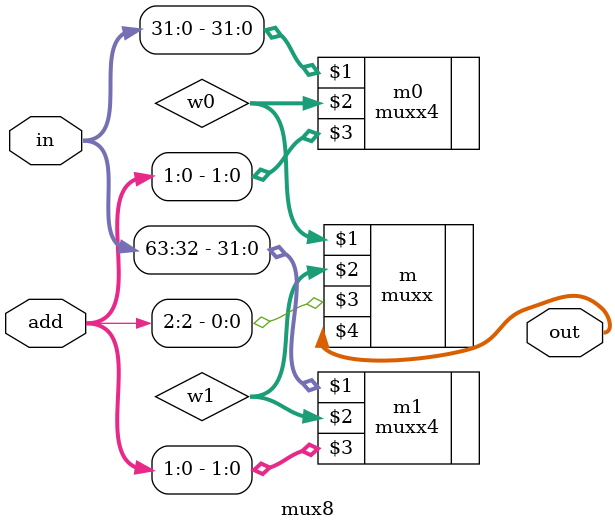
<source format=v>
`timescale 1ns / 1ps


module mux8(
    input [63:0] in,//edit
    output [7:0] out,
    input [2:0] add
    );
    wire [7:0] w0;
    wire [7:0] w1;
    muxx4 m0(in[31:0],w0,add[1:0]);//edit range, add
    muxx4 m1(in[63:32],w1,add[1:0]);//edit range,add
    muxx m(w0,w1,add[2],out);//edit add
endmodule

</source>
